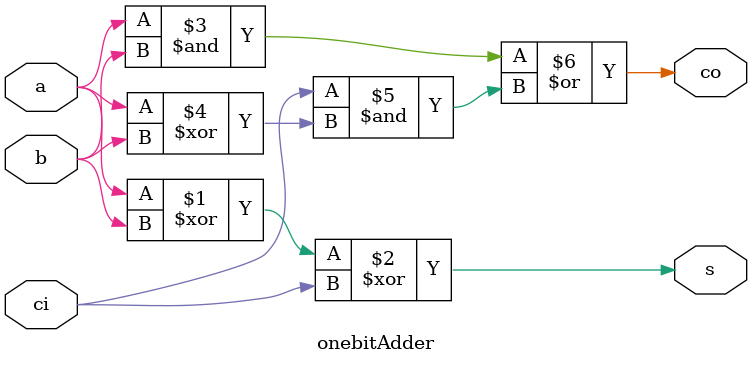
<source format=v>
`timescale 1ns / 1ps
module onebitAdder(
	input a, b, ci,
	output s,co
);	

       assign s = a^b^ci;
       assign co = (a&b) | (ci&(a^b));
		 
endmodule

</source>
